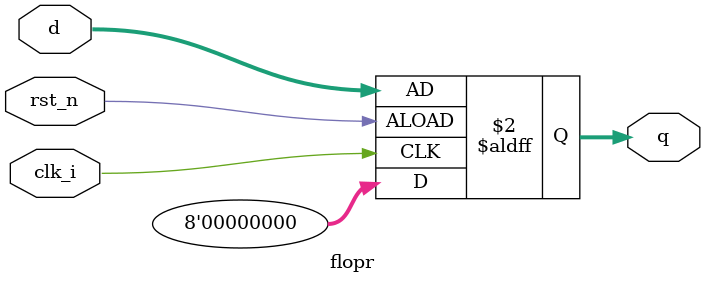
<source format=v>
`timescale 1ns / 1ps


module flopr #(parameter WIDTH = 8)(
	input						clk_i,
	input						rst_n,
	input		[WIDTH-1:0] 	d,
	output	reg	[WIDTH-1:0] 	q
    );
	always @(negedge clk_i or negedge rst_n) begin
		if(rst_n) begin
			q <= 0;
		end else begin
			q <= d;
		end
	end
endmodule

</source>
